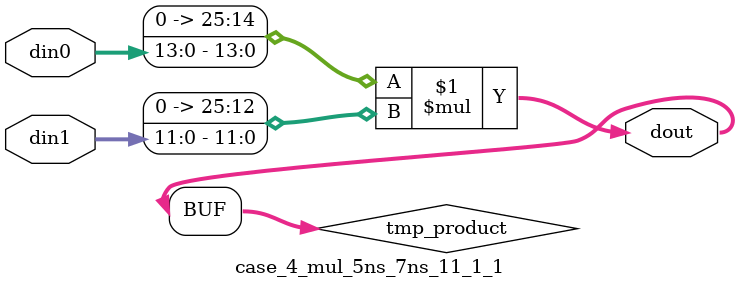
<source format=v>

`timescale 1 ns / 1 ps

 (* use_dsp = "no" *)  module case_4_mul_5ns_7ns_11_1_1(din0, din1, dout);
parameter ID = 1;
parameter NUM_STAGE = 0;
parameter din0_WIDTH = 14;
parameter din1_WIDTH = 12;
parameter dout_WIDTH = 26;

input [din0_WIDTH - 1 : 0] din0; 
input [din1_WIDTH - 1 : 0] din1; 
output [dout_WIDTH - 1 : 0] dout;

wire signed [dout_WIDTH - 1 : 0] tmp_product;
























assign tmp_product = $signed({1'b0, din0}) * $signed({1'b0, din1});











assign dout = tmp_product;





















endmodule

</source>
